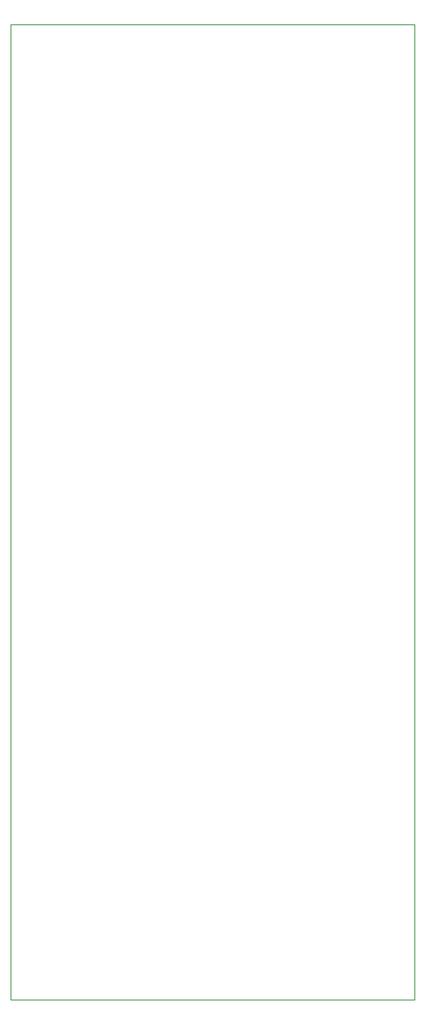
<source format=gbr>
%TF.GenerationSoftware,Altium Limited,Altium Designer,19.1.8 (144)*%
G04 Layer_Color=0*
%FSLAX26Y26*%
%MOIN*%
%TF.FileFunction,Profile,NP*%
%TF.Part,Single*%
G01*
G75*
%TA.AperFunction,Profile*%
%ADD42C,0.001000*%
D42*
X1658465Y4000000D02*
X1657480Y4000984D01*
X0D01*
Y0D01*
X1658465D01*
Y4000000D01*
%TF.MD5,cbe13facd60011af28a420a9a426ece4*%
M02*

</source>
